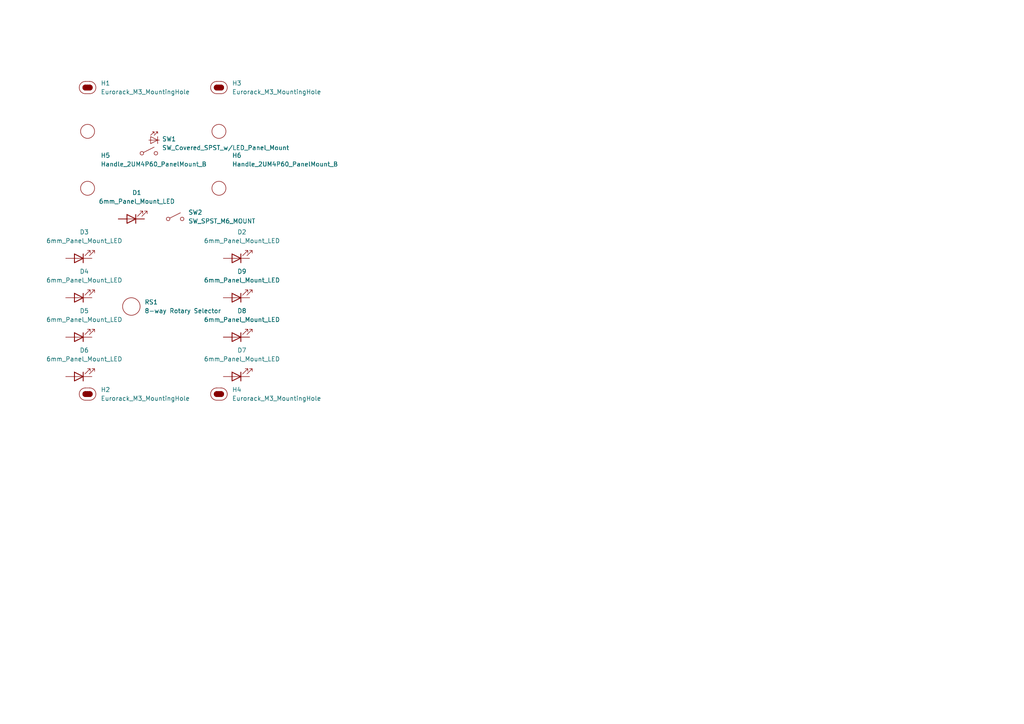
<source format=kicad_sch>
(kicad_sch (version 20250114) (generator "eeschema") (generator_version "9.0")
  (paper "A4")
  (lib_symbols
    (symbol "EXC:6mm_Panel_Mount_LED" (pin_numbers (hide yes)) (pin_names (offset 1.016) (hide yes))
      (property "Reference" "D" (at 0 2.54 0))
      (property "Value" "6mm_Panel_Mount_LED" (at 0 -3.556 0))
      (symbol "6mm_Panel_Mount_LED_0_1"
        (polyline (pts (xy -1.27 1.27) (xy -1.27 -1.27) (xy 1.27 0) (xy -1.27 1.27)) (stroke (width 0.254)))
        (polyline (pts (xy 1.27 1.27) (xy 1.27 -1.27)) (stroke (width 0.254)))
        (polyline (pts (xy 1.27 0) (xy -1.27 0)))
        (polyline (pts (xy 1.778 0.762) (xy 3.302 2.286) (xy 2.54 2.286) (xy 3.302 2.286) (xy 3.302 1.524)))
        (polyline (pts (xy 3.048 0.762) (xy 4.572 2.286) (xy 3.81 2.286) (xy 4.572 2.286) (xy 4.572 1.524)))
      )
      (symbol "6mm_Panel_Mount_LED_1_1"
        (pin passive line (at -3.81 0 0) (length 2.54) (name "A") (number "2"))
        (pin passive line (at 3.81 0 180) (length 2.54) (name "K") (number "1"))
      )
    )
    (symbol "EXC:Eurorack_M3_MountingHole" (pin_names (offset 1.016))
      (property "Reference" "H" (at 0 5.08 0))
      (property "Value" "Eurorack_M3_MountingHole" (at 0 3.175 0))
      (symbol "Eurorack_M3_MountingHole_0_1"
        (polyline (pts (xy -0.635 0.762) (xy 0.635 0.762)))
        (circle (center -0.635 0) (radius 0.762) (fill (type outline)))
        (arc (start -0.635 -0.762) (mid -1.397 0) (end -0.635 0.762))
        (arc (start -0.635 -1.778) (mid -2.413 0) (end -0.635 1.778))
        (polyline (pts (xy -0.635 -0.762) (xy 0.635 -0.762)))
        (polyline (pts (xy -0.635 -1.778) (xy 0.635 -1.778)))
        (circle (center 0 0) (radius 0.762) (fill (type outline)))
        (polyline (pts (xy 0.635 1.778) (xy -0.635 1.778)))
        (arc (start 0.6141 1.778) (mid 2.4131 0) (end 0.6141 -1.778))
        (arc (start 0.6227 0.762) (mid 1.3971 0) (end 0.6227 -0.762))
        (circle (center 0.635 0) (radius 0.762) (fill (type outline)))
      )
    )
    (symbol "EXC:Handle_2UM4P60_B"
      (property "Reference" "H" (at 0 -3.302 0))
      (property "Value" "Handle_2UM4P60_PanelMount_B" (at 0.254 -21.336 0))
      (symbol "Handle_2UM4P60_B_0_1"
        (circle (center 0 0) (radius 2.032))
        (circle (center 0 -16.51) (radius 2.032))
      )
    )
    (symbol "EXC:Rotary_Selector_Panel_Mount_M9"
      (property "Reference" "RS" (at 0 4.064 0))
      (property "Value" "8-way Rotary Selector" (at 0 -3.81 0))
      (symbol "Rotary_Selector_Panel_Mount_M9_0_1"
        (circle (center 0 0) (radius 2.54))
      )
    )
    (symbol "EXC:SW_Covered_SPST_w/LED_Panel_Mount" (pin_names (offset 0) (hide yes))
      (property "Reference" "SW" (at 0 7.366 0))
      (property "Value" "SW_Covered_SPST_w/LED_Panel_Mount" (at 0 -2.54 0))
      (symbol "SW_Covered_SPST_w/LED_Panel_Mount_0_0"
        (circle (center -2.032 0) (radius 0.508))
        (polyline (pts (xy -1.524 0.254) (xy 1.524 1.778)))
        (circle (center 2.032 0) (radius 0.508))
      )
      (symbol "SW_Covered_SPST_w/LED_Panel_Mount_0_1"
        (polyline (pts (xy 0 3.81) (xy 2.54 3.81) (xy 3.048 3.81)))
        (polyline (pts (xy 0.508 5.207) (xy 1.524 6.223) (xy 1.016 6.223)))
        (polyline (pts (xy 0.508 2.794) (xy 0.508 4.826) (xy 2.54 3.81) (xy 0.508 2.794)))
        (polyline (pts (xy 1.524 6.223) (xy 1.524 5.715)))
        (polyline (pts (xy 1.524 5.207) (xy 2.54 6.223) (xy 2.032 6.223)))
        (polyline (pts (xy 2.54 6.223) (xy 2.54 5.715)))
        (polyline (pts (xy 2.54 2.794) (xy 2.54 4.826)))
      )
    )
    (symbol "EXC:SW_SPDT-M6_Panel_Mount" (pin_names (offset 0) (hide yes))
      (property "Reference" "SW" (at 0 3.175 0))
      (property "Value" "SW_SPST_M6_MOUNT" (at 0 -2.032 0))
      (symbol "SW_SPDT-M6_Panel_Mount_0_0"
        (circle (center -2.032 0) (radius 0.508))
        (polyline (pts (xy -1.524 0.254) (xy 1.524 1.778)))
        (circle (center 2.032 0) (radius 0.508))
      )
    )
  )
  (symbol (lib_id "EXC:6mm_Panel_Mount_LED") (at 68.58 86.36 0) (unit 1)
    (property "Reference" "D9" (at 70.1675 78.74 0))
    (property "Value" "6mm_Panel_Mount_LED" (at 70.1675 81.28 0))
    (property "Footprint" "EXC:6mm_Panel_Mount_LED" (effects (hide yes)))
    (property "Description" "Light emitting diode" (effects (hide yes)))
  )
  (symbol (lib_id "EXC:Eurorack_M3_MountingHole") (at 25.4 25.4 0) (unit 1)
    (property "Reference" "H1" (at 29.21 24.1299 0) (effects (justify left)))
    (property "Value" "Eurorack_M3_MountingHole" (at 29.21 26.6699 0) (effects (justify left)))
    (property "Footprint" "EXC:MountingHole_3.2mm_M3" (effects (hide yes)))
    (property "Description" "Mounting Hole without connection" (effects (hide yes)))
  )
  (symbol (lib_id "EXC:6mm_Panel_Mount_LED") (at 68.58 74.93 0) (unit 1)
    (property "Reference" "D2" (at 70.1675 67.31 0))
    (property "Value" "6mm_Panel_Mount_LED" (at 70.1675 69.85 0))
    (property "Footprint" "EXC:6mm_Panel_Mount_LED" (effects (hide yes)))
    (property "Description" "Light emitting diode" (effects (hide yes)))
  )
  (symbol (lib_id "EXC:6mm_Panel_Mount_LED") (at 38.1 63.5 0) (unit 1)
    (property "Reference" "D1" (at 39.6875 55.88 0))
    (property "Value" "6mm_Panel_Mount_LED" (at 39.6875 58.42 0))
    (property "Footprint" "EXC:6mm_Panel_Mount_LED" (effects (hide yes)))
    (property "Description" "Light emitting diode" (effects (hide yes)))
  )
  (symbol (lib_id "EXC:SW_Covered_SPST_w/LED_Panel_Mount") (at 43.18 44.45 0) (unit 1)
    (property "Reference" "SW1" (at 46.99 40.3224 0) (effects (justify left)))
    (property "Value" "SW_Covered_SPST_w/LED_Panel_Mount" (at 46.99 42.8624 0) (effects (justify left)))
    (property "Footprint" "EXC:Illuminated_Toggle_Switch_M12" (effects (hide yes)))
    (property "Datasheet" "https://cdn-shop.adafruit.com/product-files/3219/LEDtoggle_switch_diagram.jpg" (effects (hide yes)))
    (property "Description" "Single Pole Single Throw (SPST) switch" (effects (hide yes)))
    (property "Source" "https://www.adafruit.com/product/3219" (effects (hide yes)))
  )
  (symbol (lib_id "EXC:Eurorack_M3_MountingHole") (at 63.5 25.4 0) (unit 1)
    (property "Reference" "H3" (at 67.31 24.1299 0) (effects (justify left)))
    (property "Value" "Eurorack_M3_MountingHole" (at 67.31 26.6699 0) (effects (justify left)))
    (property "Footprint" "EXC:MountingHole_3.2mm_M3" (effects (hide yes)))
    (property "Description" "Mounting Hole without connection" (effects (hide yes)))
  )
  (symbol (lib_id "EXC:Rotary_Selector_Panel_Mount_M9") (at 38.1 88.9 0) (unit 1)
    (property "Reference" "RS1" (at 41.91 87.6299 0) (effects (justify left)))
    (property "Value" "8-way Rotary Selector" (at 41.91 90.1699 0) (effects (justify left)))
    (property "Footprint" "EXC:Rotary_Selector_Panel_Mount_M9" (effects (hide yes)))
    (property "Datasheet" "https://cdn-shop.adafruit.com/product-files/2925/SR16A-18-15KQ.pdf" (effects (hide yes)))
    (property "Description" "8-way panel-mount Rotary Selector" (effects (hide yes)))
    (property "Source" "https://www.adafruit.com/product/2925" (effects (hide yes)))
  )
  (symbol (lib_id "EXC:Handle_2UM4P60_B") (at 63.5 38.1 0) (unit 1)
    (property "Reference" "H6" (at 67.31 45.0849 0) (effects (justify left)))
    (property "Value" "Handle_2UM4P60_PanelMount_B" (at 67.31 47.6249 0) (effects (justify left)))
    (property "Footprint" "EXC:Handle_2UM4P60_B" (effects (hide yes)))
    (property "Datasheet" "https://ae-pic-a1.aliexpress-media.com/kf/Sbae1622782804f9f92841f71c2bff088U.jpg" (effects (hide yes)))
    (property "Description" "The part of the handle that has the holes for the screws' heads" (effects (hide yes)))
    (property "Source" "https://www.aliexpress.com/item/1005007166949940.html" (effects (hide yes)))
  )
  (symbol (lib_id "EXC:Handle_2UM4P60_B") (at 25.4 38.1 0) (unit 1)
    (property "Reference" "H5" (at 29.21 45.0849 0) (effects (justify left)))
    (property "Value" "Handle_2UM4P60_PanelMount_B" (at 29.21 47.6249 0) (effects (justify left)))
    (property "Footprint" "EXC:Handle_2UM4P60_B" (effects (hide yes)))
    (property "Datasheet" "https://ae-pic-a1.aliexpress-media.com/kf/Sbae1622782804f9f92841f71c2bff088U.jpg" (effects (hide yes)))
    (property "Description" "The part of the handle that has the holes for the screws' heads" (effects (hide yes)))
    (property "Source" "https://www.aliexpress.com/item/1005007166949940.html" (effects (hide yes)))
  )
  (symbol (lib_id "EXC:Eurorack_M3_MountingHole") (at 25.4 114.3 0) (unit 1)
    (property "Reference" "H2" (at 29.21 113.0299 0) (effects (justify left)))
    (property "Value" "Eurorack_M3_MountingHole" (at 29.21 115.5699 0) (effects (justify left)))
    (property "Footprint" "EXC:MountingHole_3.2mm_M3" (effects (hide yes)))
    (property "Description" "Mounting Hole without connection" (effects (hide yes)))
  )
  (symbol (lib_id "EXC:6mm_Panel_Mount_LED") (at 22.86 74.93 0) (unit 1)
    (property "Reference" "D3" (at 24.4475 67.31 0))
    (property "Value" "6mm_Panel_Mount_LED" (at 24.4475 69.85 0))
    (property "Footprint" "EXC:6mm_Panel_Mount_LED" (effects (hide yes)))
    (property "Description" "Light emitting diode" (effects (hide yes)))
  )
  (symbol (lib_id "EXC:6mm_Panel_Mount_LED") (at 68.58 97.79 0) (unit 1)
    (property "Reference" "D8" (at 70.1675 90.17 0))
    (property "Value" "6mm_Panel_Mount_LED" (at 70.1675 92.71 0))
    (property "Footprint" "EXC:6mm_Panel_Mount_LED" (effects (hide yes)))
    (property "Description" "Light emitting diode" (effects (hide yes)))
  )
  (symbol (lib_id "EXC:Eurorack_M3_MountingHole") (at 63.5 114.3 0) (unit 1)
    (property "Reference" "H4" (at 67.31 113.0299 0) (effects (justify left)))
    (property "Value" "Eurorack_M3_MountingHole" (at 67.31 115.5699 0) (effects (justify left)))
    (property "Footprint" "EXC:MountingHole_3.2mm_M3" (effects (hide yes)))
    (property "Description" "Mounting Hole without connection" (effects (hide yes)))
  )
  (symbol (lib_id "EXC:6mm_Panel_Mount_LED") (at 22.86 86.36 0) (unit 1)
    (property "Reference" "D4" (at 24.4475 78.74 0))
    (property "Value" "6mm_Panel_Mount_LED" (at 24.4475 81.28 0))
    (property "Footprint" "EXC:6mm_Panel_Mount_LED" (effects (hide yes)))
    (property "Description" "Light emitting diode" (effects (hide yes)))
  )
  (symbol (lib_id "EXC:6mm_Panel_Mount_LED") (at 68.58 109.22 0) (unit 1)
    (property "Reference" "D7" (at 70.1675 101.6 0))
    (property "Value" "6mm_Panel_Mount_LED" (at 70.1675 104.14 0))
    (property "Footprint" "EXC:6mm_Panel_Mount_LED" (effects (hide yes)))
    (property "Description" "Light emitting diode" (effects (hide yes)))
  )
  (symbol (lib_id "EXC:SW_SPDT-M6_Panel_Mount") (at 50.8 63.5 0) (unit 1)
    (property "Reference" "SW2" (at 54.61 61.5949 0) (effects (justify left)))
    (property "Value" "SW_SPST_M6_MOUNT" (at 54.61 64.1349 0) (effects (justify left)))
    (property "Footprint" "EXC:SW_SPDT_M6_Panel_Mount" (effects (hide yes)))
    (property "Datasheet" "https://cdn-shop.adafruit.com/product-files/3221/singe_blue_switch_diagram.jpg" (effects (hide yes)))
    (property "Description" "Single Pole Dual-Throw (SPDT) M6 panel-mount switch" (effects (hide yes)))
    (property "Source" "https://www.adafruit.com/product/3221" (effects (hide yes)))
  )
  (symbol (lib_id "EXC:6mm_Panel_Mount_LED") (at 22.86 97.79 0) (unit 1)
    (property "Reference" "D5" (at 24.4475 90.17 0))
    (property "Value" "6mm_Panel_Mount_LED" (at 24.4475 92.71 0))
    (property "Footprint" "EXC:6mm_Panel_Mount_LED" (effects (hide yes)))
    (property "Description" "Light emitting diode" (effects (hide yes)))
  )
  (symbol (lib_id "EXC:6mm_Panel_Mount_LED") (at 22.86 109.22 0) (unit 1)
    (property "Reference" "D6" (at 24.4475 101.6 0))
    (property "Value" "6mm_Panel_Mount_LED" (at 24.4475 104.14 0))
    (property "Footprint" "EXC:6mm_Panel_Mount_LED" (effects (hide yes)))
    (property "Description" "Light emitting diode" (effects (hide yes)))
  )
)
</source>
